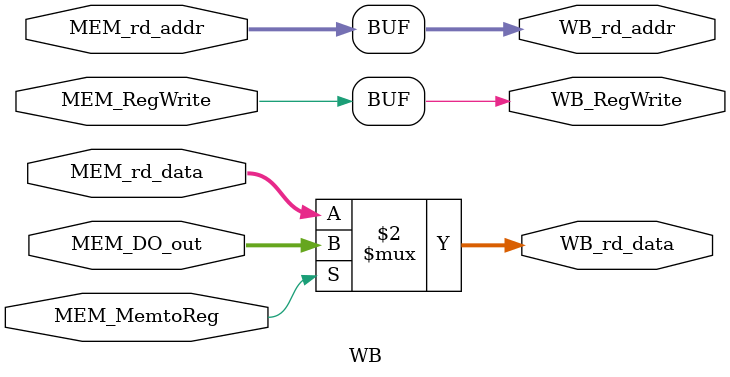
<source format=v>
module WB (MEM_MemtoReg,MEM_RegWrite,MEM_rd_data,MEM_rd_addr,MEM_DO_out,
WB_RegWrite,WB_rd_addr,WB_rd_data);
input wire MEM_MemtoReg,MEM_RegWrite;
input [4:0] MEM_rd_addr;
input [31:0] MEM_rd_data,MEM_DO_out;
output WB_RegWrite;
output [4:0] WB_rd_addr;
output [31:0] WB_rd_data;
assign WB_rd_data = (MEM_MemtoReg == 1'b0)? MEM_rd_data:MEM_DO_out;
assign WB_rd_addr = MEM_rd_addr;
assign WB_RegWrite = MEM_RegWrite;
endmodule
</source>
